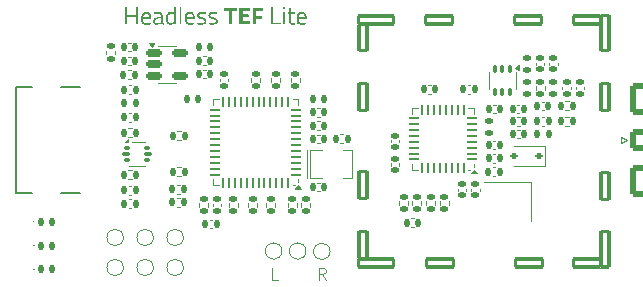
<source format=gto>
G04 #@! TF.GenerationSoftware,KiCad,Pcbnew,9.0.0*
G04 #@! TF.CreationDate,2025-05-06T12:44:32+02:00*
G04 #@! TF.ProjectId,Headless TEF lite,48656164-6c65-4737-9320-544546206c69,v1.0*
G04 #@! TF.SameCoordinates,Original*
G04 #@! TF.FileFunction,Legend,Top*
G04 #@! TF.FilePolarity,Positive*
%FSLAX46Y46*%
G04 Gerber Fmt 4.6, Leading zero omitted, Abs format (unit mm)*
G04 Created by KiCad (PCBNEW 9.0.0) date 2025-05-06 12:44:32*
%MOMM*%
%LPD*%
G01*
G04 APERTURE LIST*
G04 Aperture macros list*
%AMRoundRect*
0 Rectangle with rounded corners*
0 $1 Rounding radius*
0 $2 $3 $4 $5 $6 $7 $8 $9 X,Y pos of 4 corners*
0 Add a 4 corners polygon primitive as box body*
4,1,4,$2,$3,$4,$5,$6,$7,$8,$9,$2,$3,0*
0 Add four circle primitives for the rounded corners*
1,1,$1+$1,$2,$3*
1,1,$1+$1,$4,$5*
1,1,$1+$1,$6,$7*
1,1,$1+$1,$8,$9*
0 Add four rect primitives between the rounded corners*
20,1,$1+$1,$2,$3,$4,$5,0*
20,1,$1+$1,$4,$5,$6,$7,0*
20,1,$1+$1,$6,$7,$8,$9,0*
20,1,$1+$1,$8,$9,$2,$3,0*%
G04 Aperture macros list end*
%ADD10C,0.100000*%
%ADD11C,0.120000*%
%ADD12C,0.127000*%
%ADD13C,0.000000*%
%ADD14RoundRect,0.140000X-0.140000X-0.170000X0.140000X-0.170000X0.140000X0.170000X-0.140000X0.170000X0*%
%ADD15RoundRect,0.135000X-0.135000X-0.185000X0.135000X-0.185000X0.135000X0.185000X-0.135000X0.185000X0*%
%ADD16RoundRect,0.100000X-0.100000X0.225000X-0.100000X-0.225000X0.100000X-0.225000X0.100000X0.225000X0*%
%ADD17C,1.000000*%
%ADD18RoundRect,0.147500X0.147500X0.172500X-0.147500X0.172500X-0.147500X-0.172500X0.147500X-0.172500X0*%
%ADD19RoundRect,0.140000X0.140000X0.170000X-0.140000X0.170000X-0.140000X-0.170000X0.140000X-0.170000X0*%
%ADD20RoundRect,0.135000X0.135000X0.185000X-0.135000X0.185000X-0.135000X-0.185000X0.135000X-0.185000X0*%
%ADD21RoundRect,0.147500X-0.147500X-0.172500X0.147500X-0.172500X0.147500X0.172500X-0.147500X0.172500X0*%
%ADD22RoundRect,0.135000X-0.185000X0.135000X-0.185000X-0.135000X0.185000X-0.135000X0.185000X0.135000X0*%
%ADD23RoundRect,0.062500X0.375000X0.062500X-0.375000X0.062500X-0.375000X-0.062500X0.375000X-0.062500X0*%
%ADD24RoundRect,0.062500X0.062500X0.375000X-0.062500X0.375000X-0.062500X-0.375000X0.062500X-0.375000X0*%
%ADD25R,4.100000X4.100000*%
%ADD26RoundRect,0.140000X-0.170000X0.140000X-0.170000X-0.140000X0.170000X-0.140000X0.170000X0.140000X0*%
%ADD27RoundRect,0.135000X0.185000X-0.135000X0.185000X0.135000X-0.185000X0.135000X-0.185000X-0.135000X0*%
%ADD28R,1.400000X1.200000*%
%ADD29RoundRect,0.147500X0.172500X-0.147500X0.172500X0.147500X-0.172500X0.147500X-0.172500X-0.147500X0*%
%ADD30R,1.100000X0.400000*%
%ADD31RoundRect,0.112500X0.187500X0.112500X-0.187500X0.112500X-0.187500X-0.112500X0.187500X-0.112500X0*%
%ADD32RoundRect,0.150000X-0.512500X-0.150000X0.512500X-0.150000X0.512500X0.150000X-0.512500X0.150000X0*%
%ADD33R,0.400000X1.900000*%
%ADD34C,0.650000*%
%ADD35R,1.275000X0.600000*%
%ADD36R,1.300000X0.600000*%
%ADD37R,1.370000X0.300000*%
%ADD38O,2.100000X1.050000*%
%ADD39O,1.800000X0.900000*%
%ADD40RoundRect,0.250000X-1.595000X-0.640000X1.595000X-0.640000X1.595000X0.640000X-1.595000X0.640000X0*%
%ADD41RoundRect,0.250000X-1.595000X-1.082500X1.595000X-1.082500X1.595000X1.082500X-1.595000X1.082500X0*%
%ADD42RoundRect,0.150000X0.350000X-1.500000X0.350000X1.500000X-0.350000X1.500000X-0.350000X-1.500000X0*%
%ADD43RoundRect,0.150000X-0.350000X1.150000X-0.350000X-1.150000X0.350000X-1.150000X0.350000X1.150000X0*%
%ADD44RoundRect,0.150000X1.500000X0.350000X-1.500000X0.350000X-1.500000X-0.350000X1.500000X-0.350000X0*%
%ADD45RoundRect,0.150000X-1.500000X-0.350000X1.500000X-0.350000X1.500000X0.350000X-1.500000X0.350000X0*%
%ADD46RoundRect,0.150000X-1.150000X-0.350000X1.150000X-0.350000X1.150000X0.350000X-1.150000X0.350000X0*%
%ADD47RoundRect,0.150000X-0.350000X1.500000X-0.350000X-1.500000X0.350000X-1.500000X0.350000X1.500000X0*%
%ADD48R,3.300000X3.300000*%
%ADD49RoundRect,0.147500X-0.172500X0.147500X-0.172500X-0.147500X0.172500X-0.147500X0.172500X0.147500X0*%
%ADD50RoundRect,0.093750X-0.156250X-0.093750X0.156250X-0.093750X0.156250X0.093750X-0.156250X0.093750X0*%
%ADD51RoundRect,0.075000X-0.250000X-0.075000X0.250000X-0.075000X0.250000X0.075000X-0.250000X0.075000X0*%
%ADD52RoundRect,0.140000X0.170000X-0.140000X0.170000X0.140000X-0.170000X0.140000X-0.170000X-0.140000X0*%
G04 APERTURE END LIST*
D10*
X138780312Y-74315819D02*
X138446979Y-73839628D01*
X138208884Y-74315819D02*
X138208884Y-73315819D01*
X138208884Y-73315819D02*
X138589836Y-73315819D01*
X138589836Y-73315819D02*
X138685074Y-73363438D01*
X138685074Y-73363438D02*
X138732693Y-73411057D01*
X138732693Y-73411057D02*
X138780312Y-73506295D01*
X138780312Y-73506295D02*
X138780312Y-73649152D01*
X138780312Y-73649152D02*
X138732693Y-73744390D01*
X138732693Y-73744390D02*
X138685074Y-73792009D01*
X138685074Y-73792009D02*
X138589836Y-73839628D01*
X138589836Y-73839628D02*
X138208884Y-73839628D01*
X134739674Y-74315819D02*
X134263484Y-74315819D01*
X134263484Y-74315819D02*
X134263484Y-73315819D01*
D11*
G04 #@! TO.C,C1*
X122099964Y-67530200D02*
X122315636Y-67530200D01*
X122099964Y-68250200D02*
X122315636Y-68250200D01*
G04 #@! TO.C,R3*
X122020359Y-56588200D02*
X122327641Y-56588200D01*
X122020359Y-57348200D02*
X122327641Y-57348200D01*
G04 #@! TO.C,R25*
X126168959Y-67408600D02*
X126476241Y-67408600D01*
X126168959Y-68168600D02*
X126476241Y-68168600D01*
G04 #@! TO.C,D1*
X152577400Y-56754600D02*
X152577400Y-58154600D01*
X154897400Y-56744600D02*
X154897400Y-58154600D01*
X155177400Y-56614600D02*
X154847400Y-56374600D01*
X155177400Y-56134600D01*
X155177400Y-56614600D01*
G36*
X155177400Y-56614600D02*
G01*
X154847400Y-56374600D01*
X155177400Y-56134600D01*
X155177400Y-56614600D01*
G37*
G04 #@! TO.C,TP8*
X126743200Y-73300400D02*
G75*
G02*
X125343200Y-73300400I-700000J0D01*
G01*
X125343200Y-73300400D02*
G75*
G02*
X126743200Y-73300400I700000J0D01*
G01*
G04 #@! TO.C,C6*
X147461964Y-57862200D02*
X147677636Y-57862200D01*
X147461964Y-58582200D02*
X147677636Y-58582200D01*
G04 #@! TO.C,C19*
X122315636Y-57878200D02*
X122099964Y-57878200D01*
X122315636Y-58598200D02*
X122099964Y-58598200D01*
G04 #@! TO.C,R4*
X159385841Y-60544200D02*
X159078559Y-60544200D01*
X159385841Y-61304200D02*
X159078559Y-61304200D01*
G04 #@! TO.C,C24*
X138051164Y-60926200D02*
X138266836Y-60926200D01*
X138051164Y-61646200D02*
X138266836Y-61646200D01*
G04 #@! TO.C,TP4*
X121663200Y-70760400D02*
G75*
G02*
X120263200Y-70760400I-700000J0D01*
G01*
X120263200Y-70760400D02*
G75*
G02*
X121663200Y-70760400I700000J0D01*
G01*
G04 #@! TO.C,C34*
X155227236Y-61631000D02*
X155011564Y-61631000D01*
X155227236Y-62351000D02*
X155011564Y-62351000D01*
G04 #@! TO.C,R13*
X146127200Y-67664359D02*
X146127200Y-67971641D01*
X146887200Y-67664359D02*
X146887200Y-67971641D01*
G04 #@! TO.C,U3*
X129248900Y-59067800D02*
X129248900Y-59542800D01*
X129248900Y-66287800D02*
X129248900Y-65812800D01*
X129723900Y-59067800D02*
X129248900Y-59067800D01*
X129723900Y-66287800D02*
X129248900Y-66287800D01*
X135993900Y-59067800D02*
X136468900Y-59067800D01*
X135993900Y-66287800D02*
X136168900Y-66287800D01*
X136468900Y-59067800D02*
X136468900Y-59542800D01*
X136468900Y-65812800D02*
X136468900Y-66047800D01*
X136708900Y-66617800D02*
X136228900Y-66617800D01*
X136468900Y-66287800D01*
X136708900Y-66617800D01*
G36*
X136708900Y-66617800D02*
G01*
X136228900Y-66617800D01*
X136468900Y-66287800D01*
X136708900Y-66617800D01*
G37*
G04 #@! TO.C,C7*
X158823400Y-57994564D02*
X158823400Y-58210236D01*
X159543400Y-57994564D02*
X159543400Y-58210236D01*
G04 #@! TO.C,C13*
X122315636Y-66412600D02*
X122099964Y-66412600D01*
X122315636Y-67132600D02*
X122099964Y-67132600D01*
G04 #@! TO.C,TP9*
X126743200Y-70760400D02*
G75*
G02*
X125343200Y-70760400I-700000J0D01*
G01*
X125343200Y-70760400D02*
G75*
G02*
X126743200Y-70760400I700000J0D01*
G01*
G04 #@! TO.C,C11*
X152956764Y-59497400D02*
X153172436Y-59497400D01*
X152956764Y-60217400D02*
X153172436Y-60217400D01*
G04 #@! TO.C,R20*
X128076200Y-68168441D02*
X128076200Y-67861159D01*
X128836200Y-68168441D02*
X128836200Y-67861159D01*
G04 #@! TO.C,Y1*
X156171800Y-66030600D02*
X152171800Y-66030600D01*
X156171800Y-69330600D02*
X156171800Y-66030600D01*
G04 #@! TO.C,C16*
X154983564Y-59497400D02*
X155199236Y-59497400D01*
X154983564Y-60217400D02*
X155199236Y-60217400D01*
D10*
G04 #@! TO.C,D5*
X114129600Y-73439600D02*
G75*
G02*
X114029600Y-73439600I-50000J0D01*
G01*
X114029600Y-73439600D02*
G75*
G02*
X114129600Y-73439600I50000J0D01*
G01*
D11*
G04 #@! TO.C,TP5*
X124203200Y-73300400D02*
G75*
G02*
X122803200Y-73300400I-700000J0D01*
G01*
X122803200Y-73300400D02*
G75*
G02*
X124203200Y-73300400I700000J0D01*
G01*
G04 #@! TO.C,C21*
X150810564Y-57860800D02*
X151026236Y-57860800D01*
X150810564Y-58580800D02*
X151026236Y-58580800D01*
G04 #@! TO.C,R19*
X130590800Y-67860959D02*
X130590800Y-68168241D01*
X131350800Y-67860959D02*
X131350800Y-68168241D01*
G04 #@! TO.C,R6*
X156568200Y-58256041D02*
X156568200Y-57948759D01*
X157328200Y-58256041D02*
X157328200Y-57948759D01*
G04 #@! TO.C,C3*
X157282036Y-59243400D02*
X157066364Y-59243400D01*
X157282036Y-59963400D02*
X157066364Y-59963400D01*
G04 #@! TO.C,C28*
X128985964Y-69257400D02*
X129201636Y-69257400D01*
X128985964Y-69977400D02*
X129201636Y-69977400D01*
G04 #@! TO.C,C32*
X128416164Y-55418400D02*
X128631836Y-55418400D01*
X128416164Y-56138400D02*
X128631836Y-56138400D01*
G04 #@! TO.C,C8*
X159941000Y-57994564D02*
X159941000Y-58210236D01*
X160661000Y-57994564D02*
X160661000Y-58210236D01*
G04 #@! TO.C,R11*
X132233400Y-68168241D02*
X132233400Y-67860959D01*
X132993400Y-68168241D02*
X132993400Y-67860959D01*
G04 #@! TO.C,R14*
X145009600Y-67664359D02*
X145009600Y-67971641D01*
X145769600Y-67664359D02*
X145769600Y-67971641D01*
G04 #@! TO.C,R2*
X122054159Y-65071800D02*
X122361441Y-65071800D01*
X122054159Y-65831800D02*
X122361441Y-65831800D01*
G04 #@! TO.C,D2*
X157389800Y-62969800D02*
X154729800Y-62969800D01*
X157389800Y-64669800D02*
X154729800Y-64669800D01*
X157389800Y-64669800D02*
X157389800Y-62969800D01*
G04 #@! TO.C,R8*
X135848600Y-57271759D02*
X135848600Y-57579041D01*
X136608600Y-57271759D02*
X136608600Y-57579041D01*
G04 #@! TO.C,R23*
X120193800Y-54938959D02*
X120193800Y-55246241D01*
X120953800Y-54938959D02*
X120953800Y-55246241D01*
G04 #@! TO.C,TP6*
X124203200Y-70760400D02*
G75*
G02*
X122803200Y-70760400I-700000J0D01*
G01*
X122803200Y-70760400D02*
G75*
G02*
X124203200Y-70760400I700000J0D01*
G01*
G04 #@! TO.C,U4*
X125354500Y-54544600D02*
X124554500Y-54544600D01*
X125354500Y-54544600D02*
X126154500Y-54544600D01*
X125354500Y-57664600D02*
X124554500Y-57664600D01*
X125354500Y-57664600D02*
X126154500Y-57664600D01*
X124054500Y-54594600D02*
X123814500Y-54264600D01*
X124294500Y-54264600D01*
X124054500Y-54594600D01*
G36*
X124054500Y-54594600D02*
G01*
X123814500Y-54264600D01*
X124294500Y-54264600D01*
X124054500Y-54594600D01*
G37*
G04 #@! TO.C,R1*
X122054159Y-61515800D02*
X122361441Y-61515800D01*
X122054159Y-62275800D02*
X122361441Y-62275800D01*
G04 #@! TO.C,Y2*
X137245000Y-63337400D02*
X137245000Y-65337400D01*
X137245000Y-65337400D02*
X137245000Y-65737400D01*
X137445000Y-63337400D02*
X138445000Y-63337400D01*
X137445000Y-65337400D02*
X137445000Y-63337400D01*
X137445000Y-65337400D02*
X137445000Y-65737400D01*
X138445000Y-65737400D02*
X137445000Y-65737400D01*
X140245000Y-63337400D02*
X141045000Y-63337400D01*
X141045000Y-63337400D02*
X141045000Y-65337400D01*
X141045000Y-65337400D02*
X141045000Y-65737400D01*
X141045000Y-65737400D02*
X140245000Y-65737400D01*
G04 #@! TO.C,TP1*
X139163800Y-71928800D02*
G75*
G02*
X137763800Y-71928800I-700000J0D01*
G01*
X137763800Y-71928800D02*
G75*
G02*
X139163800Y-71928800I700000J0D01*
G01*
G04 #@! TO.C,R5*
X159080559Y-59223400D02*
X159387841Y-59223400D01*
X159080559Y-59983400D02*
X159387841Y-59983400D01*
G04 #@! TO.C,R24*
X126168959Y-66291000D02*
X126476241Y-66291000D01*
X126168959Y-67051000D02*
X126476241Y-67051000D01*
G04 #@! TO.C,C33*
X128416164Y-56557400D02*
X128631836Y-56557400D01*
X128416164Y-57277400D02*
X128631836Y-57277400D01*
G04 #@! TO.C,R17*
X136703800Y-68168241D02*
X136703800Y-67860959D01*
X137463800Y-68168241D02*
X137463800Y-67860959D01*
D12*
G04 #@! TO.C,J1*
X112575000Y-58030000D02*
X113955000Y-58030000D01*
X112575000Y-66970000D02*
X112575000Y-58030000D01*
X112575000Y-66970000D02*
X113955000Y-66970000D01*
X117985000Y-58030000D02*
X116395000Y-58030000D01*
X117985000Y-66970000D02*
X116395000Y-66970000D01*
D11*
G04 #@! TO.C,C27*
X129823400Y-57317564D02*
X129823400Y-57533236D01*
X130543400Y-57317564D02*
X130543400Y-57533236D01*
G04 #@! TO.C,J2*
X163776200Y-62250000D02*
X163776200Y-62750000D01*
X163776200Y-62750000D02*
X164276200Y-62500000D01*
X164276200Y-62500000D02*
X163776200Y-62250000D01*
G04 #@! TO.C,C4*
X153167236Y-63690800D02*
X152951564Y-63690800D01*
X153167236Y-64410800D02*
X152951564Y-64410800D01*
G04 #@! TO.C,C35*
X155204436Y-60564200D02*
X154988764Y-60564200D01*
X155204436Y-61284200D02*
X154988764Y-61284200D01*
G04 #@! TO.C,TP2*
X135083000Y-71903400D02*
G75*
G02*
X133683000Y-71903400I-700000J0D01*
G01*
X133683000Y-71903400D02*
G75*
G02*
X135083000Y-71903400I700000J0D01*
G01*
G04 #@! TO.C,R9*
X132495800Y-57271759D02*
X132495800Y-57579041D01*
X133255800Y-57271759D02*
X133255800Y-57579041D01*
G04 #@! TO.C,C9*
X151108600Y-66607564D02*
X151108600Y-66823236D01*
X151828600Y-66607564D02*
X151828600Y-66823236D01*
G04 #@! TO.C,R22*
X126191959Y-64817800D02*
X126499241Y-64817800D01*
X126191959Y-65577800D02*
X126499241Y-65577800D01*
G04 #@! TO.C,R10*
X134172200Y-57579041D02*
X134172200Y-57271759D01*
X134932200Y-57579041D02*
X134932200Y-57271759D01*
D10*
G04 #@! TO.C,D3*
X114129600Y-69439600D02*
G75*
G02*
X114029600Y-69439600I-50000J0D01*
G01*
X114029600Y-69439600D02*
G75*
G02*
X114129600Y-69439600I50000J0D01*
G01*
D11*
G04 #@! TO.C,U1*
X146112800Y-59783200D02*
X146112800Y-60258200D01*
X146112800Y-65003200D02*
X146112800Y-64528200D01*
X146587800Y-59783200D02*
X146112800Y-59783200D01*
X146587800Y-65003200D02*
X146112800Y-65003200D01*
X150857800Y-59783200D02*
X151332800Y-59783200D01*
X150857800Y-65003200D02*
X151032800Y-65003200D01*
X151332800Y-59783200D02*
X151332800Y-60258200D01*
X151332800Y-64528200D02*
X151332800Y-64763200D01*
X151572800Y-65333200D02*
X151092800Y-65333200D01*
X151332800Y-65003200D01*
X151572800Y-65333200D01*
G36*
X151572800Y-65333200D02*
G01*
X151092800Y-65333200D01*
X151332800Y-65003200D01*
X151572800Y-65333200D01*
G37*
G04 #@! TO.C,C22*
X138051164Y-59808600D02*
X138266836Y-59808600D01*
X138051164Y-60528600D02*
X138266836Y-60528600D01*
G04 #@! TO.C,TP3*
X137123400Y-71903400D02*
G75*
G02*
X135723400Y-71903400I-700000J0D01*
G01*
X135723400Y-71903400D02*
G75*
G02*
X137123400Y-71903400I700000J0D01*
G01*
G04 #@! TO.C,C31*
X157287236Y-60564200D02*
X157071564Y-60564200D01*
X157287236Y-61284200D02*
X157071564Y-61284200D01*
G04 #@! TO.C,R15*
X139986559Y-62023800D02*
X140293841Y-62023800D01*
X139986559Y-62783800D02*
X140293841Y-62783800D01*
D13*
G04 #@! TO.C,G\u002A\u002A\u002A*
G36*
X126576460Y-51957754D02*
G01*
X126576460Y-52713579D01*
X126501942Y-52713579D01*
X126427424Y-52713579D01*
X126427424Y-51957754D01*
X126427424Y-51201928D01*
X126501942Y-51201928D01*
X126576460Y-51201928D01*
X126576460Y-51957754D01*
G37*
G36*
X135348296Y-51340319D02*
G01*
X135348296Y-51436127D01*
X135263132Y-51436127D01*
X135177969Y-51436127D01*
X135177969Y-51340319D01*
X135177969Y-51244510D01*
X135263132Y-51244510D01*
X135348296Y-51244510D01*
X135348296Y-51340319D01*
G37*
G36*
X135348296Y-52191953D02*
G01*
X135348296Y-52713579D01*
X135263132Y-52713579D01*
X135177969Y-52713579D01*
X135177969Y-52191953D01*
X135177969Y-51670327D01*
X135263132Y-51670327D01*
X135348296Y-51670327D01*
X135348296Y-52191953D01*
G37*
G36*
X134368916Y-51915172D02*
G01*
X134368916Y-52564543D01*
X134688279Y-52564543D01*
X135007642Y-52564543D01*
X135007642Y-52639061D01*
X135007642Y-52713579D01*
X134603116Y-52713579D01*
X134198589Y-52713579D01*
X134198589Y-51989690D01*
X134198589Y-51265801D01*
X134283753Y-51265801D01*
X134368916Y-51265801D01*
X134368916Y-51915172D01*
G37*
G36*
X131281741Y-51414837D02*
G01*
X131281741Y-51542582D01*
X131090123Y-51542582D01*
X130898505Y-51542582D01*
X130898505Y-52128081D01*
X130898505Y-52713579D01*
X130749469Y-52713579D01*
X130600433Y-52713579D01*
X130600433Y-52128081D01*
X130600433Y-51542582D01*
X130408815Y-51542582D01*
X130217198Y-51542582D01*
X130217198Y-51414837D01*
X130217198Y-51287091D01*
X130749469Y-51287091D01*
X131281741Y-51287091D01*
X131281741Y-51414837D01*
G37*
G36*
X133517281Y-51414837D02*
G01*
X133517281Y-51542582D01*
X133208564Y-51542582D01*
X132899846Y-51542582D01*
X132899846Y-51755490D01*
X132899846Y-51968399D01*
X133156399Y-51968399D01*
X133412952Y-51968399D01*
X133406567Y-52090822D01*
X133400182Y-52213244D01*
X133150014Y-52219242D01*
X132899846Y-52225241D01*
X132899846Y-52469410D01*
X132899846Y-52713579D01*
X132750810Y-52713579D01*
X132601774Y-52713579D01*
X132601774Y-52000335D01*
X132601774Y-51287091D01*
X133059528Y-51287091D01*
X133517281Y-51287091D01*
X133517281Y-51414837D01*
G37*
G36*
X121998924Y-51585164D02*
G01*
X121998924Y-51904526D01*
X122360869Y-51904526D01*
X122722814Y-51904526D01*
X122722814Y-51585164D01*
X122722814Y-51265801D01*
X122807977Y-51265801D01*
X122893141Y-51265801D01*
X122893141Y-51989690D01*
X122893141Y-52713579D01*
X122807977Y-52713579D01*
X122722814Y-52713579D01*
X122722814Y-52383571D01*
X122722814Y-52053563D01*
X122360869Y-52053563D01*
X121998924Y-52053563D01*
X121998924Y-52383571D01*
X121998924Y-52713579D01*
X121913761Y-52713579D01*
X121828597Y-52713579D01*
X121828597Y-51989690D01*
X121828597Y-51265801D01*
X121913761Y-51265801D01*
X121998924Y-51265801D01*
X121998924Y-51585164D01*
G37*
G36*
X132388866Y-51414837D02*
G01*
X132388866Y-51542582D01*
X132069503Y-51542582D01*
X131750140Y-51542582D01*
X131750140Y-51701588D01*
X131750140Y-51860593D01*
X132000307Y-51866592D01*
X132250475Y-51872590D01*
X132256860Y-51995013D01*
X132263246Y-52117435D01*
X132006693Y-52117435D01*
X131750140Y-52117435D01*
X131750140Y-52287762D01*
X131750140Y-52458089D01*
X132069503Y-52458089D01*
X132388866Y-52458089D01*
X132388866Y-52585834D01*
X132388866Y-52713579D01*
X131920467Y-52713579D01*
X131452068Y-52713579D01*
X131452068Y-52000335D01*
X131452068Y-51287091D01*
X131920467Y-51287091D01*
X132388866Y-51287091D01*
X132388866Y-51414837D01*
G37*
G36*
X135859276Y-51510646D02*
G01*
X135859276Y-51670327D01*
X136029603Y-51670327D01*
X136199930Y-51670327D01*
X136199930Y-51734200D01*
X136199930Y-51798072D01*
X136029603Y-51798072D01*
X135859276Y-51798072D01*
X135859590Y-52133403D01*
X135860339Y-52280637D01*
X135863889Y-52390807D01*
X135872669Y-52469433D01*
X135889106Y-52522030D01*
X135915629Y-52554117D01*
X135954665Y-52571211D01*
X136008641Y-52578829D01*
X136056759Y-52581484D01*
X136132659Y-52585584D01*
X136175478Y-52592426D01*
X136194684Y-52606437D01*
X136199745Y-52632040D01*
X136199930Y-52648402D01*
X136188664Y-52699469D01*
X136166253Y-52721947D01*
X136117744Y-52730598D01*
X136043919Y-52733528D01*
X135960955Y-52731267D01*
X135885027Y-52724347D01*
X135832313Y-52713297D01*
X135826301Y-52710796D01*
X135791679Y-52690541D01*
X135765346Y-52663956D01*
X135745959Y-52625159D01*
X135732175Y-52568267D01*
X135722650Y-52487398D01*
X135716040Y-52376670D01*
X135711003Y-52230198D01*
X135710240Y-52202599D01*
X135699595Y-51808718D01*
X135630400Y-51802046D01*
X135582342Y-51792312D01*
X135563725Y-51767505D01*
X135561204Y-51734200D01*
X135566973Y-51691156D01*
X135593002Y-51672188D01*
X135630400Y-51666353D01*
X135699595Y-51659682D01*
X135705850Y-51505323D01*
X135712106Y-51350964D01*
X135785691Y-51350964D01*
X135859276Y-51350964D01*
X135859276Y-51510646D01*
G37*
G36*
X123648745Y-51650726D02*
G01*
X123761488Y-51670985D01*
X123830264Y-51697785D01*
X123909302Y-51753206D01*
X123964466Y-51826707D01*
X123999081Y-51925235D01*
X124016470Y-52055732D01*
X124018374Y-52090822D01*
X124025926Y-52266471D01*
X123683087Y-52266471D01*
X123340249Y-52266471D01*
X123340249Y-52327167D01*
X123351670Y-52414360D01*
X123381827Y-52491384D01*
X123424563Y-52543505D01*
X123432974Y-52549025D01*
X123472336Y-52560438D01*
X123544366Y-52571268D01*
X123639154Y-52580304D01*
X123734130Y-52585834D01*
X123989620Y-52596480D01*
X123989620Y-52649707D01*
X123984350Y-52683566D01*
X123961104Y-52702706D01*
X123908732Y-52714999D01*
X123893811Y-52717324D01*
X123806432Y-52726393D01*
X123704417Y-52730886D01*
X123600040Y-52730960D01*
X123505578Y-52726774D01*
X123433303Y-52718487D01*
X123404121Y-52711009D01*
X123308966Y-52650923D01*
X123238325Y-52556306D01*
X123192393Y-52427581D01*
X123171364Y-52265170D01*
X123169922Y-52202599D01*
X123176442Y-52117435D01*
X123320022Y-52117435D01*
X123598143Y-52117435D01*
X123876263Y-52117435D01*
X123861274Y-52026949D01*
X123831293Y-51917054D01*
X123781419Y-51842204D01*
X123707702Y-51797960D01*
X123644535Y-51783431D01*
X123536031Y-51784971D01*
X123449944Y-51822132D01*
X123385626Y-51895465D01*
X123342427Y-52005521D01*
X123333022Y-52048240D01*
X123320022Y-52117435D01*
X123176442Y-52117435D01*
X123183227Y-52028807D01*
X123222746Y-51885888D01*
X123287885Y-51775045D01*
X123378049Y-51697481D01*
X123432121Y-51671633D01*
X123532335Y-51650507D01*
X123648745Y-51650726D01*
G37*
G36*
X127332065Y-51650726D02*
G01*
X127444807Y-51670985D01*
X127513583Y-51697785D01*
X127592621Y-51753206D01*
X127647786Y-51826707D01*
X127682400Y-51925235D01*
X127699789Y-52055732D01*
X127701693Y-52090822D01*
X127709245Y-52266471D01*
X127366407Y-52266471D01*
X127023568Y-52266471D01*
X127023568Y-52327167D01*
X127034989Y-52414360D01*
X127065147Y-52491384D01*
X127107882Y-52543505D01*
X127116294Y-52549025D01*
X127155656Y-52560438D01*
X127227685Y-52571268D01*
X127322473Y-52580304D01*
X127417449Y-52585834D01*
X127672939Y-52596480D01*
X127672939Y-52649707D01*
X127667669Y-52683566D01*
X127644423Y-52702706D01*
X127592052Y-52714999D01*
X127577131Y-52717324D01*
X127489751Y-52726393D01*
X127387736Y-52730886D01*
X127283360Y-52730960D01*
X127188897Y-52726774D01*
X127116622Y-52718487D01*
X127087441Y-52711009D01*
X126992286Y-52650923D01*
X126921645Y-52556306D01*
X126875712Y-52427581D01*
X126854683Y-52265170D01*
X126853241Y-52202599D01*
X126859761Y-52117435D01*
X127003342Y-52117435D01*
X127281462Y-52117435D01*
X127559583Y-52117435D01*
X127544593Y-52026949D01*
X127514612Y-51917054D01*
X127464739Y-51842204D01*
X127391021Y-51797960D01*
X127327854Y-51783431D01*
X127219350Y-51784971D01*
X127133264Y-51822132D01*
X127068945Y-51895465D01*
X127025746Y-52005521D01*
X127016341Y-52048240D01*
X127003342Y-52117435D01*
X126859761Y-52117435D01*
X126866546Y-52028807D01*
X126906065Y-51885888D01*
X126971204Y-51775045D01*
X127061369Y-51697481D01*
X127115440Y-51671633D01*
X127215655Y-51650507D01*
X127332065Y-51650726D01*
G37*
G36*
X136806499Y-51650726D02*
G01*
X136919242Y-51670985D01*
X136988017Y-51697785D01*
X137067055Y-51753206D01*
X137122220Y-51826707D01*
X137156835Y-51925235D01*
X137174223Y-52055732D01*
X137176128Y-52090822D01*
X137183680Y-52266471D01*
X136840841Y-52266471D01*
X136498002Y-52266471D01*
X136498002Y-52327167D01*
X136509423Y-52414360D01*
X136539581Y-52491384D01*
X136582317Y-52543505D01*
X136590728Y-52549025D01*
X136630090Y-52560438D01*
X136702119Y-52571268D01*
X136796908Y-52580304D01*
X136891883Y-52585834D01*
X137147374Y-52596480D01*
X137147374Y-52649707D01*
X137142103Y-52683566D01*
X137118857Y-52702706D01*
X137066486Y-52714999D01*
X137051565Y-52717324D01*
X136964185Y-52726393D01*
X136862170Y-52730886D01*
X136757794Y-52730960D01*
X136663331Y-52726774D01*
X136591056Y-52718487D01*
X136561875Y-52711009D01*
X136466720Y-52650923D01*
X136396079Y-52556306D01*
X136350146Y-52427581D01*
X136329118Y-52265170D01*
X136327675Y-52202599D01*
X136334195Y-52117435D01*
X136477776Y-52117435D01*
X136755896Y-52117435D01*
X137034017Y-52117435D01*
X137019027Y-52026949D01*
X136989046Y-51917054D01*
X136939173Y-51842204D01*
X136865455Y-51797960D01*
X136802288Y-51783431D01*
X136693784Y-51784971D01*
X136607698Y-51822132D01*
X136543380Y-51895465D01*
X136500180Y-52005521D01*
X136490776Y-52048240D01*
X136477776Y-52117435D01*
X136334195Y-52117435D01*
X136340980Y-52028807D01*
X136380499Y-51885888D01*
X136445638Y-51775045D01*
X136535803Y-51697481D01*
X136589875Y-51671633D01*
X136690089Y-51650507D01*
X136806499Y-51650726D01*
G37*
G36*
X126108061Y-51956468D02*
G01*
X126108061Y-52713579D01*
X126022898Y-52713579D01*
X125964040Y-52708460D01*
X125939535Y-52691272D01*
X125937734Y-52681096D01*
X125932972Y-52662086D01*
X125911699Y-52663905D01*
X125868709Y-52684308D01*
X125787746Y-52712095D01*
X125687310Y-52727023D01*
X125583835Y-52728440D01*
X125493756Y-52715692D01*
X125452690Y-52700827D01*
X125371912Y-52642096D01*
X125313637Y-52558302D01*
X125276669Y-52445960D01*
X125259816Y-52301585D01*
X125260048Y-52266531D01*
X125427725Y-52266531D01*
X125437150Y-52378503D01*
X125459302Y-52462056D01*
X125495331Y-52523623D01*
X125503840Y-52533366D01*
X125537079Y-52565269D01*
X125570226Y-52581257D01*
X125617630Y-52584973D01*
X125689135Y-52580443D01*
X125770299Y-52570049D01*
X125842638Y-52554658D01*
X125879184Y-52542300D01*
X125937734Y-52515127D01*
X125937734Y-52159632D01*
X125937734Y-51804138D01*
X125810505Y-51790840D01*
X125674829Y-51790370D01*
X125567776Y-51820054D01*
X125490308Y-51879601D01*
X125482107Y-51889996D01*
X125456705Y-51935636D01*
X125440795Y-51996721D01*
X125431721Y-52084938D01*
X125429876Y-52119707D01*
X125427725Y-52266531D01*
X125260048Y-52266531D01*
X125260880Y-52140929D01*
X125274615Y-51993761D01*
X125301884Y-51881120D01*
X125345859Y-51796229D01*
X125409712Y-51732311D01*
X125469335Y-51695699D01*
X125523851Y-51671039D01*
X125577017Y-51657038D01*
X125642764Y-51651590D01*
X125735026Y-51652586D01*
X125750784Y-51653117D01*
X125936425Y-51659682D01*
X125942402Y-51436127D01*
X125948380Y-51212573D01*
X126028220Y-51205965D01*
X126108061Y-51199358D01*
X126108061Y-51956468D01*
G37*
G36*
X128470550Y-51655841D02*
G01*
X128544874Y-51662504D01*
X128556510Y-51664385D01*
X128616087Y-51678198D01*
X128645504Y-51697445D01*
X128656946Y-51732046D01*
X128658767Y-51747640D01*
X128665215Y-51813364D01*
X128411406Y-51802911D01*
X128302928Y-51798951D01*
X128228494Y-51798299D01*
X128179626Y-51801947D01*
X128147852Y-51810882D01*
X128124694Y-51826095D01*
X128112209Y-51837847D01*
X128075005Y-51897800D01*
X128068196Y-51963219D01*
X128091604Y-52019825D01*
X128114725Y-52040451D01*
X128158267Y-52059221D01*
X128229624Y-52081028D01*
X128314654Y-52101639D01*
X128329605Y-52104751D01*
X128465395Y-52136777D01*
X128563913Y-52172676D01*
X128630458Y-52217167D01*
X128670333Y-52274971D01*
X128688837Y-52350808D01*
X128691821Y-52427270D01*
X128676142Y-52538716D01*
X128631438Y-52623508D01*
X128555777Y-52683039D01*
X128447225Y-52718702D01*
X128303850Y-52731889D01*
X128269084Y-52731933D01*
X128182748Y-52729884D01*
X128108885Y-52726278D01*
X128061220Y-52721826D01*
X128056175Y-52720926D01*
X127998901Y-52708773D01*
X127965689Y-52701699D01*
X127929492Y-52682307D01*
X127917919Y-52637529D01*
X127917784Y-52629060D01*
X127917784Y-52566643D01*
X128171101Y-52579380D01*
X128278475Y-52584481D01*
X128352006Y-52586194D01*
X128400378Y-52583319D01*
X128432273Y-52574656D01*
X128456375Y-52559006D01*
X128479819Y-52536716D01*
X128523063Y-52471188D01*
X128533826Y-52401256D01*
X128511149Y-52339402D01*
X128496230Y-52322949D01*
X128458685Y-52302992D01*
X128391052Y-52279312D01*
X128305138Y-52255793D01*
X128262240Y-52245993D01*
X128172185Y-52225493D01*
X128095049Y-52205649D01*
X128042492Y-52189559D01*
X128029533Y-52184141D01*
X127957246Y-52123778D01*
X127914563Y-52042318D01*
X127901735Y-51949514D01*
X127919014Y-51855118D01*
X127966653Y-51768884D01*
X128017506Y-51719126D01*
X128060513Y-51690243D01*
X128105343Y-51672111D01*
X128164587Y-51661587D01*
X128250837Y-51655524D01*
X128276590Y-51654398D01*
X128375237Y-51652929D01*
X128470550Y-51655841D01*
G37*
G36*
X129428639Y-51655841D02*
G01*
X129502962Y-51662504D01*
X129514599Y-51664385D01*
X129574176Y-51678198D01*
X129603593Y-51697445D01*
X129615035Y-51732046D01*
X129616856Y-51747640D01*
X129623304Y-51813364D01*
X129369495Y-51802911D01*
X129261017Y-51798951D01*
X129186582Y-51798299D01*
X129137715Y-51801947D01*
X129105941Y-51810882D01*
X129082783Y-51826095D01*
X129070298Y-51837847D01*
X129033094Y-51897800D01*
X129026285Y-51963219D01*
X129049693Y-52019825D01*
X129072814Y-52040451D01*
X129116356Y-52059221D01*
X129187713Y-52081028D01*
X129272742Y-52101639D01*
X129287694Y-52104751D01*
X129423484Y-52136777D01*
X129522002Y-52172676D01*
X129588547Y-52217167D01*
X129628422Y-52274971D01*
X129646926Y-52350808D01*
X129649910Y-52427270D01*
X129634231Y-52538716D01*
X129589527Y-52623508D01*
X129513865Y-52683039D01*
X129405313Y-52718702D01*
X129261939Y-52731889D01*
X129227173Y-52731933D01*
X129140837Y-52729884D01*
X129066974Y-52726278D01*
X129019309Y-52721826D01*
X129014264Y-52720926D01*
X128956989Y-52708773D01*
X128923778Y-52701699D01*
X128887581Y-52682307D01*
X128876008Y-52637529D01*
X128875873Y-52629060D01*
X128875873Y-52566643D01*
X129129190Y-52579380D01*
X129236564Y-52584481D01*
X129310095Y-52586194D01*
X129358467Y-52583319D01*
X129390362Y-52574656D01*
X129414464Y-52559006D01*
X129437908Y-52536716D01*
X129481152Y-52471188D01*
X129491915Y-52401256D01*
X129469238Y-52339402D01*
X129454319Y-52322949D01*
X129416774Y-52302992D01*
X129349140Y-52279312D01*
X129263227Y-52255793D01*
X129220329Y-52245993D01*
X129130274Y-52225493D01*
X129053138Y-52205649D01*
X129000581Y-52189559D01*
X128987622Y-52184141D01*
X128915335Y-52123778D01*
X128872652Y-52042318D01*
X128859824Y-51949514D01*
X128877103Y-51855118D01*
X128924742Y-51768884D01*
X128975595Y-51719126D01*
X129018602Y-51690243D01*
X129063432Y-51672111D01*
X129122676Y-51661587D01*
X129208926Y-51655524D01*
X129234679Y-51654398D01*
X129333326Y-51652929D01*
X129428639Y-51655841D01*
G37*
G36*
X124719139Y-51662382D02*
G01*
X124811880Y-51673562D01*
X124881601Y-51697923D01*
X124931575Y-51740143D01*
X124965074Y-51804901D01*
X124985372Y-51896876D01*
X124995740Y-52020746D01*
X124999451Y-52181190D01*
X124999734Y-52231062D01*
X125000936Y-52568242D01*
X125065234Y-52592512D01*
X125110096Y-52618666D01*
X125118461Y-52645631D01*
X125107967Y-52693574D01*
X125107390Y-52704675D01*
X125090309Y-52728873D01*
X125045265Y-52732875D01*
X124981556Y-52717095D01*
X124935698Y-52697019D01*
X124890597Y-52676359D01*
X124853179Y-52669853D01*
X124806828Y-52677388D01*
X124744901Y-52695719D01*
X124649994Y-52717720D01*
X124545987Y-52729697D01*
X124447811Y-52730936D01*
X124370395Y-52720722D01*
X124351565Y-52714558D01*
X124272138Y-52661191D01*
X124220731Y-52577537D01*
X124199563Y-52477220D01*
X124365412Y-52477220D01*
X124376066Y-52518836D01*
X124404145Y-52551359D01*
X124419399Y-52563856D01*
X124467122Y-52590299D01*
X124527540Y-52600223D01*
X124608833Y-52593589D01*
X124719186Y-52570360D01*
X124750768Y-52562347D01*
X124830609Y-52541611D01*
X124830609Y-52369889D01*
X124830609Y-52198167D01*
X124654960Y-52212588D01*
X124538538Y-52226213D01*
X124458046Y-52247641D01*
X124406961Y-52281335D01*
X124378762Y-52331757D01*
X124366927Y-52403370D01*
X124366502Y-52409984D01*
X124365412Y-52477220D01*
X124199563Y-52477220D01*
X124196331Y-52461902D01*
X124195714Y-52454061D01*
X124199567Y-52331201D01*
X124232085Y-52238024D01*
X124294607Y-52171551D01*
X124332838Y-52149582D01*
X124384861Y-52132705D01*
X124466142Y-52114810D01*
X124563478Y-52098036D01*
X124663660Y-52084521D01*
X124753486Y-52076403D01*
X124793350Y-52075015D01*
X124817535Y-52065968D01*
X124828543Y-52032441D01*
X124830609Y-51983782D01*
X124822489Y-51913778D01*
X124802342Y-51853916D01*
X124795951Y-51843229D01*
X124779303Y-51822298D01*
X124758861Y-51808592D01*
X124726477Y-51800919D01*
X124674000Y-51798090D01*
X124593283Y-51798912D01*
X124508524Y-51801233D01*
X124255755Y-51808718D01*
X124255755Y-51750573D01*
X124261495Y-51716164D01*
X124282507Y-51691465D01*
X124324479Y-51674975D01*
X124393099Y-51665195D01*
X124494056Y-51660622D01*
X124600108Y-51659704D01*
X124719139Y-51662382D01*
G37*
D11*
G04 #@! TO.C,C15*
X122099964Y-60215000D02*
X122315636Y-60215000D01*
X122099964Y-60935000D02*
X122315636Y-60935000D01*
G04 #@! TO.C,R18*
X133757400Y-67860959D02*
X133757400Y-68168241D01*
X134517400Y-67860959D02*
X134517400Y-68168241D01*
G04 #@! TO.C,C12*
X156588200Y-55939564D02*
X156588200Y-56155236D01*
X157308200Y-55939564D02*
X157308200Y-56155236D01*
G04 #@! TO.C,C5*
X153167236Y-62573200D02*
X152951564Y-62573200D01*
X153167236Y-63293200D02*
X152951564Y-63293200D01*
G04 #@! TO.C,C29*
X122066164Y-54271400D02*
X122281836Y-54271400D01*
X122066164Y-54991400D02*
X122281836Y-54991400D01*
G04 #@! TO.C,R7*
X148440200Y-67658359D02*
X148440200Y-67965641D01*
X149200200Y-67658359D02*
X149200200Y-67965641D01*
G04 #@! TO.C,C18*
X144293000Y-64473964D02*
X144293000Y-64689636D01*
X145013000Y-64473964D02*
X145013000Y-64689636D01*
G04 #@! TO.C,TP7*
X121663200Y-73300400D02*
G75*
G02*
X120263200Y-73300400I-700000J0D01*
G01*
X120263200Y-73300400D02*
G75*
G02*
X121663200Y-73300400I700000J0D01*
G01*
G04 #@! TO.C,U2*
X123456800Y-62683800D02*
X122406800Y-62683800D01*
X123456800Y-64663800D02*
X122156800Y-64663800D01*
X122036800Y-62683800D02*
X121756800Y-62683800D01*
X122036800Y-62403800D01*
X122036800Y-62683800D01*
G36*
X122036800Y-62683800D02*
G01*
X121756800Y-62683800D01*
X122036800Y-62403800D01*
X122036800Y-62683800D01*
G37*
G04 #@! TO.C,R21*
X126504041Y-61769800D02*
X126196759Y-61769800D01*
X126504041Y-62529800D02*
X126196759Y-62529800D01*
G04 #@! TO.C,C26*
X129213800Y-68122436D02*
X129213800Y-67906764D01*
X129933800Y-68122436D02*
X129933800Y-67906764D01*
G04 #@! TO.C,C25*
X138051164Y-66107800D02*
X138266836Y-66107800D01*
X138051164Y-66827800D02*
X138266836Y-66827800D01*
G04 #@! TO.C,C14*
X144293000Y-62708436D02*
X144293000Y-62492764D01*
X145013000Y-62708436D02*
X145013000Y-62492764D01*
G04 #@! TO.C,C20*
X146242436Y-69134400D02*
X146026764Y-69134400D01*
X146242436Y-69854400D02*
X146026764Y-69854400D01*
G04 #@! TO.C,R12*
X147322600Y-67658359D02*
X147322600Y-67965641D01*
X148082600Y-67658359D02*
X148082600Y-67965641D01*
G04 #@! TO.C,R16*
X135586200Y-68168241D02*
X135586200Y-67860959D01*
X136346200Y-68168241D02*
X136346200Y-67860959D01*
G04 #@! TO.C,C17*
X157705800Y-55939564D02*
X157705800Y-56155236D01*
X158425800Y-55939564D02*
X158425800Y-56155236D01*
G04 #@! TO.C,C30*
X122066164Y-55439800D02*
X122281836Y-55439800D01*
X122066164Y-56159800D02*
X122281836Y-56159800D01*
G04 #@! TO.C,C2*
X149991000Y-66607564D02*
X149991000Y-66823236D01*
X150711000Y-66607564D02*
X150711000Y-66823236D01*
G04 #@! TO.C,C23*
X138051164Y-62043800D02*
X138266836Y-62043800D01*
X138051164Y-62763800D02*
X138266836Y-62763800D01*
D10*
G04 #@! TO.C,D4*
X114129600Y-71439600D02*
G75*
G02*
X114029600Y-71439600I-50000J0D01*
G01*
X114029600Y-71439600D02*
G75*
G02*
X114129600Y-71439600I50000J0D01*
G01*
D11*
G04 #@! TO.C,C10*
X152928764Y-64808400D02*
X153144436Y-64808400D01*
X152928764Y-65528400D02*
X153144436Y-65528400D01*
G04 #@! TD*
%LPC*%
D14*
G04 #@! TO.C,C1*
X121727800Y-67890200D03*
X122687800Y-67890200D03*
G04 #@! TD*
D15*
G04 #@! TO.C,R3*
X121664000Y-56968200D03*
X122684000Y-56968200D03*
G04 #@! TD*
G04 #@! TO.C,R25*
X125812600Y-67788600D03*
X126832600Y-67788600D03*
G04 #@! TD*
D16*
G04 #@! TO.C,D1*
X154387400Y-56504600D03*
X153737400Y-56504600D03*
X153087400Y-56504600D03*
X153087400Y-58404600D03*
X153737400Y-58404600D03*
X154387400Y-58404600D03*
G04 #@! TD*
D17*
G04 #@! TO.C,TP8*
X126043200Y-73300400D03*
G04 #@! TD*
D18*
G04 #@! TO.C,FB3*
X138671800Y-59051000D03*
X137701800Y-59051000D03*
G04 #@! TD*
D14*
G04 #@! TO.C,C6*
X147089800Y-58222200D03*
X148049800Y-58222200D03*
G04 #@! TD*
D19*
G04 #@! TO.C,C19*
X122687800Y-58238200D03*
X121727800Y-58238200D03*
G04 #@! TD*
D20*
G04 #@! TO.C,R4*
X159742200Y-60924200D03*
X158722200Y-60924200D03*
G04 #@! TD*
D14*
G04 #@! TO.C,C24*
X137679000Y-61286200D03*
X138639000Y-61286200D03*
G04 #@! TD*
D17*
G04 #@! TO.C,TP4*
X120963200Y-70760400D03*
G04 #@! TD*
D19*
G04 #@! TO.C,C34*
X155599400Y-61991000D03*
X154639400Y-61991000D03*
G04 #@! TD*
D21*
G04 #@! TO.C,FB2*
X127029000Y-59051000D03*
X127999000Y-59051000D03*
G04 #@! TD*
D22*
G04 #@! TO.C,R13*
X146507200Y-67308000D03*
X146507200Y-68328000D03*
G04 #@! TD*
D23*
G04 #@! TO.C,U3*
X136296400Y-65427800D03*
X136296400Y-64927800D03*
X136296400Y-64427800D03*
X136296400Y-63927800D03*
X136296400Y-63427800D03*
X136296400Y-62927800D03*
X136296400Y-62427800D03*
X136296400Y-61927800D03*
X136296400Y-61427800D03*
X136296400Y-60927800D03*
X136296400Y-60427800D03*
X136296400Y-59927800D03*
D24*
X135608900Y-59240300D03*
X135108900Y-59240300D03*
X134608900Y-59240300D03*
X134108900Y-59240300D03*
X133608900Y-59240300D03*
X133108900Y-59240300D03*
X132608900Y-59240300D03*
X132108900Y-59240300D03*
X131608900Y-59240300D03*
X131108900Y-59240300D03*
X130608900Y-59240300D03*
X130108900Y-59240300D03*
D23*
X129421400Y-59927800D03*
X129421400Y-60427800D03*
X129421400Y-60927800D03*
X129421400Y-61427800D03*
X129421400Y-61927800D03*
X129421400Y-62427800D03*
X129421400Y-62927800D03*
X129421400Y-63427800D03*
X129421400Y-63927800D03*
X129421400Y-64427800D03*
X129421400Y-64927800D03*
X129421400Y-65427800D03*
D24*
X130108900Y-66115300D03*
X130608900Y-66115300D03*
X131108900Y-66115300D03*
X131608900Y-66115300D03*
X132108900Y-66115300D03*
X132608900Y-66115300D03*
X133108900Y-66115300D03*
X133608900Y-66115300D03*
X134108900Y-66115300D03*
X134608900Y-66115300D03*
X135108900Y-66115300D03*
X135608900Y-66115300D03*
D25*
X132858900Y-62677800D03*
G04 #@! TD*
D26*
G04 #@! TO.C,C7*
X159183400Y-57622400D03*
X159183400Y-58582400D03*
G04 #@! TD*
D19*
G04 #@! TO.C,C13*
X122687800Y-66772600D03*
X121727800Y-66772600D03*
G04 #@! TD*
D17*
G04 #@! TO.C,TP9*
X126043200Y-70760400D03*
G04 #@! TD*
D14*
G04 #@! TO.C,C11*
X152584600Y-59857400D03*
X153544600Y-59857400D03*
G04 #@! TD*
D27*
G04 #@! TO.C,R20*
X128456200Y-68524800D03*
X128456200Y-67504800D03*
G04 #@! TD*
D28*
G04 #@! TO.C,Y1*
X155271800Y-66830600D03*
X153071800Y-66830600D03*
X153071800Y-68530600D03*
X155271800Y-68530600D03*
G04 #@! TD*
D29*
G04 #@! TO.C,L5*
X152630200Y-61894200D03*
X152630200Y-60924200D03*
G04 #@! TD*
D14*
G04 #@! TO.C,C16*
X154611400Y-59857400D03*
X155571400Y-59857400D03*
G04 #@! TD*
D21*
G04 #@! TO.C,D5*
X114684600Y-73439600D03*
X115654600Y-73439600D03*
G04 #@! TD*
D17*
G04 #@! TO.C,TP5*
X123503200Y-73300400D03*
G04 #@! TD*
D14*
G04 #@! TO.C,C21*
X150438400Y-58220800D03*
X151398400Y-58220800D03*
G04 #@! TD*
D22*
G04 #@! TO.C,R19*
X130970800Y-67504600D03*
X130970800Y-68524600D03*
G04 #@! TD*
D27*
G04 #@! TO.C,R6*
X156948200Y-58612400D03*
X156948200Y-57592400D03*
G04 #@! TD*
D30*
G04 #@! TO.C,FL1*
X127359000Y-63273800D03*
X125459000Y-63273800D03*
X127359000Y-64073800D03*
X125459000Y-64073800D03*
G04 #@! TD*
D19*
G04 #@! TO.C,C3*
X157654200Y-59603400D03*
X156694200Y-59603400D03*
G04 #@! TD*
D18*
G04 #@! TO.C,L4*
X157659400Y-61991000D03*
X156689400Y-61991000D03*
G04 #@! TD*
D14*
G04 #@! TO.C,C28*
X128613800Y-69617400D03*
X129573800Y-69617400D03*
G04 #@! TD*
G04 #@! TO.C,C32*
X128044000Y-55778400D03*
X129004000Y-55778400D03*
G04 #@! TD*
D26*
G04 #@! TO.C,C8*
X160301000Y-57622400D03*
X160301000Y-58582400D03*
G04 #@! TD*
D27*
G04 #@! TO.C,R11*
X132613400Y-68524600D03*
X132613400Y-67504600D03*
G04 #@! TD*
D22*
G04 #@! TO.C,R14*
X145389600Y-67308000D03*
X145389600Y-68328000D03*
G04 #@! TD*
D15*
G04 #@! TO.C,R2*
X121697800Y-65451800D03*
X122717800Y-65451800D03*
G04 #@! TD*
D31*
G04 #@! TO.C,D2*
X156829800Y-63819800D03*
X154729800Y-63819800D03*
G04 #@! TD*
D22*
G04 #@! TO.C,R8*
X136228600Y-56915400D03*
X136228600Y-57935400D03*
G04 #@! TD*
G04 #@! TO.C,R23*
X120573800Y-54582600D03*
X120573800Y-55602600D03*
G04 #@! TD*
D17*
G04 #@! TO.C,TP6*
X123503200Y-70760400D03*
G04 #@! TD*
D32*
G04 #@! TO.C,U4*
X124217000Y-55154600D03*
X124217000Y-56104600D03*
X124217000Y-57054600D03*
X126492000Y-57054600D03*
X126492000Y-55154600D03*
G04 #@! TD*
D15*
G04 #@! TO.C,R1*
X121697800Y-61895800D03*
X122717800Y-61895800D03*
G04 #@! TD*
D29*
G04 #@! TO.C,L3*
X155830600Y-56532400D03*
X155830600Y-55562400D03*
G04 #@! TD*
D33*
G04 #@! TO.C,Y2*
X138045000Y-64537400D03*
X139245000Y-64537400D03*
X140445000Y-64537400D03*
G04 #@! TD*
D17*
G04 #@! TO.C,TP1*
X138463800Y-71903400D03*
G04 #@! TD*
D29*
G04 #@! TO.C,L1*
X158065800Y-58587400D03*
X158065800Y-57617400D03*
G04 #@! TD*
D15*
G04 #@! TO.C,R5*
X158724200Y-59603400D03*
X159744200Y-59603400D03*
G04 #@! TD*
G04 #@! TO.C,R24*
X125812600Y-66671000D03*
X126832600Y-66671000D03*
G04 #@! TD*
D14*
G04 #@! TO.C,C33*
X128044000Y-56917400D03*
X129004000Y-56917400D03*
G04 #@! TD*
D27*
G04 #@! TO.C,R17*
X137083800Y-68524600D03*
X137083800Y-67504600D03*
G04 #@! TD*
D18*
G04 #@! TO.C,FB4*
X129009000Y-54631400D03*
X128039000Y-54631400D03*
G04 #@! TD*
D34*
G04 #@! TO.C,J1*
X118855000Y-59610000D03*
X118855000Y-65390000D03*
D35*
X120087500Y-59300000D03*
D36*
X120075000Y-60100000D03*
D37*
X120040000Y-61250000D03*
X120040000Y-62250000D03*
X120040000Y-62750000D03*
X120040000Y-63750000D03*
D35*
X120087500Y-65700000D03*
D36*
X120075000Y-64900000D03*
D37*
X120040000Y-64250000D03*
X120040000Y-63250000D03*
X120040000Y-61750000D03*
X120040000Y-60750000D03*
D38*
X119355000Y-58180000D03*
X119355000Y-66820000D03*
D39*
X115175000Y-58180000D03*
X115175000Y-66820000D03*
G04 #@! TD*
D26*
G04 #@! TO.C,C27*
X130183400Y-56945400D03*
X130183400Y-57905400D03*
G04 #@! TD*
D40*
G04 #@! TO.C,J2*
X166426200Y-62500000D03*
D41*
X166426200Y-59007500D03*
X166426200Y-65992500D03*
G04 #@! TD*
D19*
G04 #@! TO.C,C4*
X153539400Y-64050800D03*
X152579400Y-64050800D03*
G04 #@! TD*
D42*
G04 #@! TO.C,J3*
X141925324Y-53459566D03*
D43*
X141925324Y-58851000D03*
X141925324Y-66351000D03*
D42*
X141925324Y-71751000D03*
D44*
X143073890Y-72901676D03*
D45*
X143076000Y-52311000D03*
D46*
X148415324Y-52311000D03*
X148475324Y-72891000D03*
X155915324Y-52311000D03*
X155975324Y-72891000D03*
D45*
X161265324Y-52311000D03*
D44*
X161265324Y-72901676D03*
D47*
X162416000Y-53459566D03*
D43*
X162416000Y-58881000D03*
X162416000Y-66381000D03*
D47*
X162416000Y-71751000D03*
G04 #@! TD*
D19*
G04 #@! TO.C,C35*
X155576600Y-60924200D03*
X154616600Y-60924200D03*
G04 #@! TD*
D17*
G04 #@! TO.C,TP2*
X134383000Y-71903400D03*
G04 #@! TD*
D22*
G04 #@! TO.C,R9*
X132875800Y-56915400D03*
X132875800Y-57935400D03*
G04 #@! TD*
D26*
G04 #@! TO.C,C9*
X151468600Y-66235400D03*
X151468600Y-67195400D03*
G04 #@! TD*
D15*
G04 #@! TO.C,R22*
X125835600Y-65197800D03*
X126855600Y-65197800D03*
G04 #@! TD*
D27*
G04 #@! TO.C,R10*
X134552200Y-57935400D03*
X134552200Y-56915400D03*
G04 #@! TD*
D21*
G04 #@! TO.C,D3*
X114684600Y-69439600D03*
X115654600Y-69439600D03*
G04 #@! TD*
D23*
G04 #@! TO.C,U1*
X151160300Y-64143200D03*
X151160300Y-63643200D03*
X151160300Y-63143200D03*
X151160300Y-62643200D03*
X151160300Y-62143200D03*
X151160300Y-61643200D03*
X151160300Y-61143200D03*
X151160300Y-60643200D03*
D24*
X150472800Y-59955700D03*
X149972800Y-59955700D03*
X149472800Y-59955700D03*
X148972800Y-59955700D03*
X148472800Y-59955700D03*
X147972800Y-59955700D03*
X147472800Y-59955700D03*
X146972800Y-59955700D03*
D23*
X146285300Y-60643200D03*
X146285300Y-61143200D03*
X146285300Y-61643200D03*
X146285300Y-62143200D03*
X146285300Y-62643200D03*
X146285300Y-63143200D03*
X146285300Y-63643200D03*
X146285300Y-64143200D03*
D24*
X146972800Y-64830700D03*
X147472800Y-64830700D03*
X147972800Y-64830700D03*
X148472800Y-64830700D03*
X148972800Y-64830700D03*
X149472800Y-64830700D03*
X149972800Y-64830700D03*
X150472800Y-64830700D03*
D48*
X148722800Y-62393200D03*
G04 #@! TD*
D14*
G04 #@! TO.C,C22*
X137679000Y-60168600D03*
X138639000Y-60168600D03*
G04 #@! TD*
D17*
G04 #@! TO.C,TP3*
X136423400Y-71903400D03*
G04 #@! TD*
D19*
G04 #@! TO.C,C31*
X157659400Y-60924200D03*
X156699400Y-60924200D03*
G04 #@! TD*
D15*
G04 #@! TO.C,R15*
X139630200Y-62403800D03*
X140650200Y-62403800D03*
G04 #@! TD*
D14*
G04 #@! TO.C,C15*
X121727800Y-60575000D03*
X122687800Y-60575000D03*
G04 #@! TD*
D22*
G04 #@! TO.C,R18*
X134137400Y-67504600D03*
X134137400Y-68524600D03*
G04 #@! TD*
D26*
G04 #@! TO.C,C12*
X156948200Y-55567400D03*
X156948200Y-56527400D03*
G04 #@! TD*
D19*
G04 #@! TO.C,C5*
X153539400Y-62933200D03*
X152579400Y-62933200D03*
G04 #@! TD*
D14*
G04 #@! TO.C,C29*
X121694000Y-54631400D03*
X122654000Y-54631400D03*
G04 #@! TD*
D22*
G04 #@! TO.C,R7*
X148820200Y-67302000D03*
X148820200Y-68322000D03*
G04 #@! TD*
D26*
G04 #@! TO.C,C18*
X144653000Y-64101800D03*
X144653000Y-65061800D03*
G04 #@! TD*
D49*
G04 #@! TO.C,L2*
X155830600Y-57617400D03*
X155830600Y-58587400D03*
G04 #@! TD*
D17*
G04 #@! TO.C,TP7*
X120963200Y-73300400D03*
G04 #@! TD*
D21*
G04 #@! TO.C,FB1*
X121722800Y-59406600D03*
X122692800Y-59406600D03*
G04 #@! TD*
D50*
G04 #@! TO.C,U2*
X121956800Y-63136300D03*
D51*
X121881800Y-63673800D03*
D50*
X121956800Y-64211300D03*
X123656800Y-64211300D03*
D51*
X123731800Y-63673800D03*
D50*
X123656800Y-63136300D03*
G04 #@! TD*
D20*
G04 #@! TO.C,R21*
X126860400Y-62149800D03*
X125840400Y-62149800D03*
G04 #@! TD*
D52*
G04 #@! TO.C,C26*
X129573800Y-68494600D03*
X129573800Y-67534600D03*
G04 #@! TD*
D14*
G04 #@! TO.C,C25*
X137679000Y-66467800D03*
X138639000Y-66467800D03*
G04 #@! TD*
D52*
G04 #@! TO.C,C14*
X144653000Y-63080600D03*
X144653000Y-62120600D03*
G04 #@! TD*
D19*
G04 #@! TO.C,C20*
X146614600Y-69494400D03*
X145654600Y-69494400D03*
G04 #@! TD*
D22*
G04 #@! TO.C,R12*
X147702600Y-67302000D03*
X147702600Y-68322000D03*
G04 #@! TD*
D27*
G04 #@! TO.C,R16*
X135966200Y-68524600D03*
X135966200Y-67504600D03*
G04 #@! TD*
D26*
G04 #@! TO.C,C17*
X158065800Y-55567400D03*
X158065800Y-56527400D03*
G04 #@! TD*
D14*
G04 #@! TO.C,C30*
X121694000Y-55799800D03*
X122654000Y-55799800D03*
G04 #@! TD*
D26*
G04 #@! TO.C,C2*
X150351000Y-66235400D03*
X150351000Y-67195400D03*
G04 #@! TD*
D14*
G04 #@! TO.C,C23*
X137679000Y-62403800D03*
X138639000Y-62403800D03*
G04 #@! TD*
D21*
G04 #@! TO.C,D4*
X114684600Y-71439600D03*
X115654600Y-71439600D03*
G04 #@! TD*
D14*
G04 #@! TO.C,C10*
X152556600Y-65168400D03*
X153516600Y-65168400D03*
G04 #@! TD*
%LPD*%
M02*

</source>
